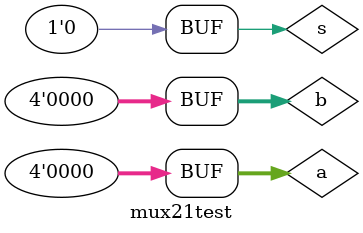
<source format=v>
`timescale 1ns / 1ps


module mux21test;

	// Inputs
	reg [3:0] a;
	reg [3:0] b;
	reg s;

	// Outputs
	wire [3:0] z;

	// Instantiate the Unit Under Test (UUT)
	mux21 uut (
		.a(a), 
		.b(b), 
		.s(s), 
		.z(z)
	);

	initial begin
		// Initialize Inputs
		a = 0;
		b = 0;
		s = 0;

		// Wait 100 ns for global reset to finish
		#100;
        
		// Add stimulus here

	end
      
endmodule


</source>
